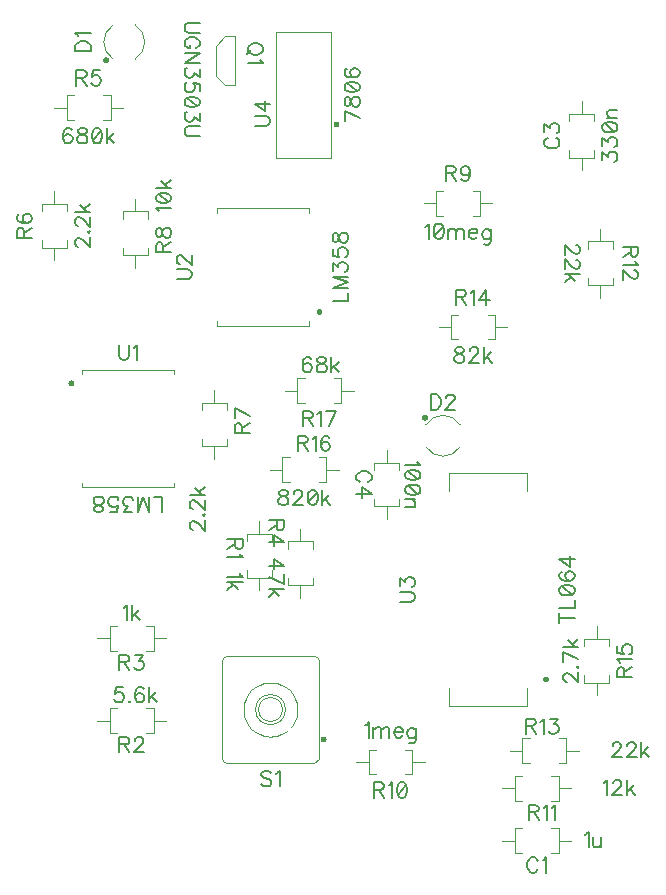
<source format=gbr>
G04 DipTrace 4.3.0.5*
G04 DemirTopSilk.gbr*
%MOIN*%
G04 #@! TF.FileFunction,Legend,Top*
G04 #@! TF.Part,Single*
%ADD10C,0.004724*%
%ADD57C,0.00772*%
%FSLAX26Y26*%
G04*
G70*
G90*
G75*
G01*
G04 TopSilk*
%LPD*%
X-73425Y-508661D2*
G54D10*
X-97835D1*
Y-591339D1*
X-73425D1*
X23425Y-508661D2*
X47835D1*
Y-591339D1*
X23425D1*
X-139961Y-550000D2*
X-97835D1*
X47835D2*
X89961D1*
X83663Y1751573D2*
X83664Y1727164D1*
X166341Y1727167D1*
X166340Y1751576D1*
X83660Y1848424D2*
X83659Y1872833D1*
X166336Y1872836D1*
X166337Y1848427D1*
X125004Y1685039D2*
X125002Y1727165D1*
X124998Y1872835D2*
X124996Y1914961D1*
X-483661Y685925D2*
Y710335D1*
X-566339D1*
Y685925D1*
X-483661Y589075D2*
Y564665D1*
X-566339D1*
Y589075D1*
X-525000Y752461D2*
Y710335D1*
Y564665D2*
Y522539D1*
X-1436614Y2169587D2*
G03X-1436614Y2055413I35987J-57087D01*
G01*
X-1363386Y2169587D2*
G02X-1363386Y2055413I-35987J-57087D01*
G01*
G36*
X-1460133Y2042525D2*
X-1461417Y2042609D1*
X-1462680Y2042860D1*
X-1463899Y2043274D1*
X-1465054Y2043844D1*
X-1466124Y2044559D1*
X-1467092Y2045408D1*
X-1467941Y2046376D1*
X-1468656Y2047446D1*
X-1469226Y2048601D1*
X-1469640Y2049820D1*
X-1469891Y2051083D1*
X-1469975Y2052367D1*
X-1469891Y2053652D1*
X-1469640Y2054915D1*
X-1469226Y2056134D1*
X-1468656Y2057289D1*
X-1467941Y2058359D1*
X-1467092Y2059327D1*
X-1466124Y2060176D1*
X-1465054Y2060891D1*
X-1463899Y2061461D1*
X-1462680Y2061875D1*
X-1461417Y2062126D1*
X-1460133Y2062210D1*
D1*
X-1458848Y2062126D1*
X-1457585Y2061875D1*
X-1456366Y2061461D1*
X-1455211Y2060891D1*
X-1454141Y2060176D1*
X-1453173Y2059327D1*
X-1452324Y2058359D1*
X-1451609Y2057289D1*
X-1451039Y2056134D1*
X-1450625Y2054915D1*
X-1450374Y2053652D1*
X-1450290Y2052367D1*
X-1450374Y2051083D1*
X-1450625Y2049820D1*
X-1451039Y2048601D1*
X-1451609Y2047446D1*
X-1452324Y2046376D1*
X-1453173Y2045408D1*
X-1454141Y2044559D1*
X-1455211Y2043844D1*
X-1456366Y2043274D1*
X-1457585Y2042860D1*
X-1458848Y2042609D1*
X-1460133Y2042525D1*
D1*
G37*
X-280413Y836614D2*
G54D10*
G03X-394587Y836614I-57087J-35987D01*
G01*
X-280413Y763386D2*
G02X-394587Y763386I-57087J35987D01*
G01*
G36*
X-407475Y860133D2*
X-407391Y861417D1*
X-407140Y862680D1*
X-406726Y863899D1*
X-406156Y865054D1*
X-405441Y866124D1*
X-404592Y867092D1*
X-403624Y867941D1*
X-402554Y868656D1*
X-401399Y869226D1*
X-400180Y869640D1*
X-398917Y869891D1*
X-397633Y869975D1*
X-396348Y869891D1*
X-395085Y869640D1*
X-393866Y869226D1*
X-392711Y868656D1*
X-391641Y867941D1*
X-390673Y867092D1*
X-389824Y866124D1*
X-389109Y865054D1*
X-388539Y863899D1*
X-388125Y862680D1*
X-387874Y861417D1*
X-387790Y860133D1*
D1*
X-387874Y858848D1*
X-388125Y857585D1*
X-388539Y856366D1*
X-389109Y855211D1*
X-389824Y854141D1*
X-390673Y853173D1*
X-391641Y852324D1*
X-392711Y851609D1*
X-393866Y851039D1*
X-395085Y850625D1*
X-396348Y850374D1*
X-397633Y850290D1*
X-398917Y850374D1*
X-400180Y850625D1*
X-401399Y851039D1*
X-402554Y851609D1*
X-403624Y852324D1*
X-404592Y853173D1*
X-405441Y854141D1*
X-406156Y855211D1*
X-406726Y856366D1*
X-407140Y857585D1*
X-407391Y858848D1*
X-407475Y860133D1*
D1*
G37*
X-1031500Y2132000D2*
G54D10*
Y1968000D1*
X-1062500D1*
X-1093500Y2000000D1*
Y2100000D1*
X-1031500Y2132000D2*
X-1062500D1*
X-1093500Y2100000D1*
X-908661Y448425D2*
Y472835D1*
X-991339D1*
Y448425D1*
X-908661Y351575D2*
Y327165D1*
X-991339D1*
Y351575D1*
X-950000Y514961D2*
Y472835D1*
Y327165D2*
Y285039D1*
X-1326575Y-191339D2*
X-1302165D1*
Y-108661D1*
X-1326575D1*
X-1423425Y-191339D2*
X-1447835D1*
Y-108661D1*
X-1423425D1*
X-1260039Y-150000D2*
X-1302165D1*
X-1447835D2*
X-1489961D1*
X-1326575Y83661D2*
X-1302165D1*
Y166339D1*
X-1326575D1*
X-1423425Y83661D2*
X-1447835D1*
Y166339D1*
X-1423425D1*
X-1260039Y125000D2*
X-1302165D1*
X-1447835D2*
X-1489961D1*
X-771161Y423425D2*
Y447835D1*
X-853839D1*
Y423425D1*
X-771161Y326575D2*
Y302165D1*
X-853839D1*
Y326575D1*
X-812500Y489961D2*
Y447835D1*
Y302165D2*
Y260039D1*
X-1566457Y1934643D2*
X-1590866D1*
Y1851966D1*
X-1566457D1*
X-1469606Y1934643D2*
X-1445197D1*
Y1851966D1*
X-1469606D1*
X-1632992Y1893304D2*
X-1590866D1*
X-1445197D2*
X-1403071D1*
X-1674311Y1451575D2*
Y1427165D1*
X-1591634D1*
Y1451575D1*
X-1674311Y1548425D2*
Y1572835D1*
X-1591634D1*
Y1548425D1*
X-1632972Y1385039D2*
Y1427165D1*
Y1572835D2*
Y1614961D1*
X-1141339Y789075D2*
Y764665D1*
X-1058661D1*
Y789075D1*
X-1141339Y885925D2*
Y910335D1*
X-1058661D1*
Y885925D1*
X-1100000Y722539D2*
Y764665D1*
Y910335D2*
Y952461D1*
X-1403839Y1426575D2*
Y1402165D1*
X-1321161D1*
Y1426575D1*
X-1403839Y1523425D2*
Y1547835D1*
X-1321161D1*
Y1523425D1*
X-1362500Y1360039D2*
Y1402165D1*
Y1547835D2*
Y1589961D1*
X-335925Y1616339D2*
X-360335D1*
Y1533661D1*
X-335925D1*
X-239075Y1616339D2*
X-214665D1*
Y1533661D1*
X-239075D1*
X-402461Y1575000D2*
X-360335D1*
X-214665D2*
X-172539D1*
X-560925Y-246161D2*
X-585335D1*
Y-328839D1*
X-560925D1*
X-464075Y-246161D2*
X-439665D1*
Y-328839D1*
X-464075D1*
X-627461Y-287500D2*
X-585335D1*
X-439665D2*
X-397539D1*
X-73425Y-333661D2*
X-97835D1*
Y-416339D1*
X-73425D1*
X23425Y-333661D2*
X47835D1*
Y-416339D1*
X23425D1*
X-139961Y-375000D2*
X-97835D1*
X47835D2*
X89961D1*
X228835Y1423428D2*
X228833Y1447838D1*
X146156Y1447832D1*
X146158Y1423422D1*
X228842Y1326578D2*
X228844Y1302168D1*
X146167Y1302162D1*
X146165Y1326572D1*
X187492Y1489961D2*
X187495Y1447835D1*
X187505Y1302165D2*
X187508Y1260039D1*
X-48425Y-208661D2*
X-72835D1*
Y-291339D1*
X-48425D1*
X48425Y-208661D2*
X72835D1*
Y-291339D1*
X48425D1*
X-114961Y-250000D2*
X-72835D1*
X72835D2*
X114961D1*
X-285925Y1203839D2*
X-310335D1*
Y1121161D1*
X-285925D1*
X-189075Y1203839D2*
X-164665D1*
Y1121161D1*
X-189075D1*
X-352461Y1162500D2*
X-310335D1*
X-164665D2*
X-122539D1*
X133661Y1575D2*
Y-22835D1*
X216339D1*
Y1575D1*
X133661Y98425D2*
Y122835D1*
X216339D1*
Y98425D1*
X175000Y-64961D2*
Y-22835D1*
Y122835D2*
Y164961D1*
X-848425Y728839D2*
X-872835D1*
Y646161D1*
X-848425D1*
X-751575Y728839D2*
X-727165D1*
Y646161D1*
X-751575D1*
X-914961Y687500D2*
X-872835D1*
X-727165D2*
X-685039D1*
X-701575Y908661D2*
X-677165D1*
Y991339D1*
X-701575D1*
X-798425Y908661D2*
X-822835D1*
Y991339D1*
X-798425D1*
X-635039Y950000D2*
X-677165D1*
X-822835D2*
X-864961D1*
X-822539Y-112498D2*
X-823309Y-124241D1*
X-825604Y-135782D1*
X-829386Y-146925D1*
X-834591Y-157479D1*
X-841129Y-167264D1*
X-843512Y-169980D1*
X-962500Y-112500D2*
G02X-962500Y-112500I50000J0D01*
G01*
X-952402D2*
G02X-952402Y-112500I39902J0D01*
G01*
X-912475Y67421D2*
X-767475Y67424D1*
X-756884Y63094D1*
X-752455Y52503D1*
X-752448Y-277497D1*
X-767467Y-292418D1*
X-912467Y-292422D1*
X-912526D2*
X-1057526Y-292425D1*
X-1068117Y-288094D1*
X-1072546Y-277504D1*
X-1072554Y52496D1*
X-1068125Y63087D1*
X-1057534Y67418D1*
X-912534Y67421D1*
G36*
X-725687Y-212496D2*
X-725771Y-213781D1*
X-726022Y-215044D1*
X-726436Y-216263D1*
X-727005Y-217417D1*
X-727721Y-218488D1*
X-728569Y-219456D1*
X-729537Y-220305D1*
X-730608Y-221020D1*
X-731763Y-221590D1*
X-732982Y-222004D1*
X-734244Y-222255D1*
X-735529Y-222339D1*
X-736814Y-222255D1*
X-738077Y-222004D1*
X-739296Y-221590D1*
X-740450Y-221020D1*
X-741521Y-220305D1*
X-742489Y-219456D1*
X-743338Y-218488D1*
X-744053Y-217418D1*
X-744623Y-216263D1*
X-745036Y-215044D1*
X-745288Y-213781D1*
X-745372Y-212497D1*
D1*
X-745288Y-211212D1*
X-745036Y-209949D1*
X-744623Y-208730D1*
X-744053Y-207575D1*
X-743338Y-206505D1*
X-742489Y-205537D1*
X-741521Y-204688D1*
X-740451Y-203973D1*
X-739296Y-203403D1*
X-738077Y-202989D1*
X-736814Y-202738D1*
X-735530Y-202654D1*
X-734245Y-202738D1*
X-732982Y-202989D1*
X-731763Y-203403D1*
X-730608Y-203972D1*
X-729538Y-204688D1*
X-728570Y-205537D1*
X-727721Y-206505D1*
X-727006Y-207575D1*
X-726436Y-208730D1*
X-726022Y-209949D1*
X-725771Y-211211D1*
X-725687Y-212496D1*
D1*
G37*
X-855017Y-181487D2*
G54D10*
X-857735Y-183869D1*
X-867518Y-190407D1*
X-878072Y-195612D1*
X-889215Y-199395D1*
X-900757Y-201692D1*
X-912498Y-202461D1*
X-924241Y-201692D1*
X-935782Y-199396D1*
X-946925Y-195614D1*
X-957479Y-190409D1*
X-967264Y-183872D1*
X-976110Y-176113D1*
X-983870Y-167267D1*
X-990407Y-157482D1*
X-995612Y-146929D1*
X-999394Y-135786D1*
X-1001691Y-124245D1*
X-1002461Y-112502D1*
X-1001692Y-100760D1*
X-999396Y-89219D1*
X-995614Y-78076D1*
X-990409Y-67522D1*
X-983873Y-57737D1*
X-976113Y-48890D1*
X-967267Y-41131D1*
X-957482Y-34593D1*
X-946928Y-29388D1*
X-935785Y-25606D1*
X-924245Y-23309D1*
X-912502Y-22540D1*
X-900760Y-23308D1*
X-889218Y-25605D1*
X-878075Y-29387D1*
X-867521Y-34591D1*
X-857738Y-41129D1*
X-848890Y-48887D1*
X-841131Y-57734D1*
X-834593Y-67518D1*
X-829388Y-78072D1*
X-825606Y-89215D1*
X-823310Y-100756D1*
X-822539Y-112498D1*
X-1232579Y1006102D2*
Y1020276D1*
X-1542421D1*
Y1006102D1*
X-1232579Y643898D2*
Y629724D1*
X-1542421D1*
Y643898D1*
G36*
X-1576083Y984843D2*
X-1574798Y984758D1*
X-1573535Y984507D1*
X-1572316Y984093D1*
X-1571161Y983524D1*
X-1570091Y982809D1*
X-1569123Y981960D1*
X-1568274Y980992D1*
X-1567559Y979921D1*
X-1566989Y978767D1*
X-1566576Y977547D1*
X-1566324Y976285D1*
X-1566240Y975000D1*
X-1566324Y973715D1*
X-1566576Y972453D1*
X-1566989Y971233D1*
X-1567559Y970079D1*
X-1568274Y969008D1*
X-1569123Y968040D1*
X-1570091Y967191D1*
X-1571161Y966476D1*
X-1572316Y965907D1*
X-1573535Y965493D1*
X-1574798Y965242D1*
X-1576083Y965157D1*
D1*
X-1577367Y965242D1*
X-1578630Y965493D1*
X-1579849Y965907D1*
X-1581004Y966476D1*
X-1582074Y967191D1*
X-1583042Y968040D1*
X-1583891Y969008D1*
X-1584607Y970079D1*
X-1585176Y971233D1*
X-1585590Y972453D1*
X-1585841Y973715D1*
X-1585925Y975000D1*
X-1585841Y976285D1*
X-1585590Y977547D1*
X-1585176Y978767D1*
X-1584607Y979921D1*
X-1583891Y980992D1*
X-1583042Y981960D1*
X-1582074Y982809D1*
X-1581004Y983524D1*
X-1579849Y984093D1*
X-1578630Y984507D1*
X-1577367Y984758D1*
X-1576083Y984843D1*
D1*
G37*
X-1092421Y1181398D2*
G54D10*
Y1167224D1*
X-782579D1*
Y1181398D1*
X-1092421Y1543602D2*
Y1557776D1*
X-782579D1*
Y1543602D1*
G36*
X-748917Y1202657D2*
X-750202Y1202742D1*
X-751465Y1202993D1*
X-752684Y1203407D1*
X-753839Y1203976D1*
X-754909Y1204691D1*
X-755877Y1205540D1*
X-756726Y1206508D1*
X-757441Y1207579D1*
X-758011Y1208733D1*
X-758424Y1209953D1*
X-758676Y1211215D1*
X-758760Y1212500D1*
X-758676Y1213785D1*
X-758424Y1215047D1*
X-758011Y1216267D1*
X-757441Y1217421D1*
X-756726Y1218492D1*
X-755877Y1219460D1*
X-754909Y1220309D1*
X-753839Y1221024D1*
X-752684Y1221593D1*
X-751465Y1222007D1*
X-750202Y1222258D1*
X-748917Y1222343D1*
D1*
X-747633Y1222258D1*
X-746370Y1222007D1*
X-745151Y1221593D1*
X-743996Y1221024D1*
X-742926Y1220309D1*
X-741958Y1219460D1*
X-741109Y1218492D1*
X-740393Y1217421D1*
X-739824Y1216267D1*
X-739410Y1215047D1*
X-739159Y1213785D1*
X-739075Y1212500D1*
X-739159Y1211215D1*
X-739410Y1209953D1*
X-739824Y1208733D1*
X-740393Y1207579D1*
X-741109Y1206508D1*
X-741958Y1205540D1*
X-742926Y1204691D1*
X-743996Y1203976D1*
X-745151Y1203407D1*
X-746370Y1202993D1*
X-747633Y1202742D1*
X-748917Y1202657D1*
D1*
G37*
X-317421Y-42028D2*
G54D10*
Y-100295D1*
X-57579D1*
Y-42028D1*
X-317421Y617028D2*
Y675295D1*
X-57579D1*
Y617028D1*
G36*
X5807Y-22343D2*
X4522Y-22258D1*
X3260Y-22007D1*
X2041Y-21593D1*
X886Y-21024D1*
X-185Y-20309D1*
X-1153Y-19460D1*
X-2002Y-18492D1*
X-2717Y-17421D1*
X-3286Y-16267D1*
X-3700Y-15047D1*
X-3951Y-13785D1*
X-4035Y-12500D1*
X-3951Y-11215D1*
X-3700Y-9953D1*
X-3286Y-8733D1*
X-2717Y-7579D1*
X-2002Y-6508D1*
X-1153Y-5540D1*
X-185Y-4691D1*
X886Y-3976D1*
X2041Y-3407D1*
X3260Y-2993D1*
X4522Y-2742D1*
X5807Y-2657D1*
D1*
X7092Y-2742D1*
X8355Y-2993D1*
X9574Y-3407D1*
X10728Y-3976D1*
X11799Y-4691D1*
X12767Y-5540D1*
X13616Y-6508D1*
X14331Y-7579D1*
X14900Y-8733D1*
X15314Y-9953D1*
X15565Y-11215D1*
X15650Y-12500D1*
X15565Y-13785D1*
X15314Y-15047D1*
X14900Y-16267D1*
X14331Y-17421D1*
X13616Y-18492D1*
X12767Y-19460D1*
X11799Y-20309D1*
X10728Y-21024D1*
X9574Y-21593D1*
X8355Y-22007D1*
X7092Y-22258D1*
X5807Y-22343D1*
D1*
G37*
X-894387Y1727262D2*
G54D10*
X-709348Y1727265D1*
X-709356Y2147344D1*
X-894395Y2147341D1*
X-894387Y1727262D1*
G36*
X-692421Y1827659D2*
X-693705Y1827744D1*
X-694968Y1827995D1*
X-696187Y1828408D1*
X-697342Y1828978D1*
X-698412Y1829693D1*
X-699380Y1830542D1*
X-700229Y1831510D1*
X-700945Y1832580D1*
X-701514Y1833735D1*
X-701928Y1834954D1*
X-702179Y1836217D1*
X-702263Y1837502D1*
X-702179Y1838786D1*
X-701928Y1840049D1*
X-701514Y1841268D1*
X-700945Y1842423D1*
X-700229Y1843493D1*
X-699381Y1844461D1*
X-698413Y1845310D1*
X-697342Y1846026D1*
X-696187Y1846595D1*
X-694968Y1847009D1*
X-693706Y1847260D1*
X-692421Y1847344D1*
D1*
X-691136Y1847260D1*
X-689873Y1847009D1*
X-688654Y1846595D1*
X-687500Y1846026D1*
X-686429Y1845311D1*
X-685461Y1844462D1*
X-684612Y1843494D1*
X-683897Y1842423D1*
X-683328Y1841269D1*
X-682914Y1840049D1*
X-682662Y1838787D1*
X-682578Y1837502D1*
X-682662Y1836217D1*
X-682914Y1834955D1*
X-683327Y1833735D1*
X-683897Y1832581D1*
X-684612Y1831510D1*
X-685461Y1830542D1*
X-686429Y1829693D1*
X-687499Y1828978D1*
X-688654Y1828409D1*
X-689873Y1827995D1*
X-691136Y1827744D1*
X-692421Y1827659D1*
D1*
G37*
X-20781Y-617579D2*
G54D57*
X-23158Y-612825D1*
X-27966Y-608017D1*
X-32720Y-605640D1*
X-42281D1*
X-47090Y-608017D1*
X-51843Y-612825D1*
X-54275Y-617579D1*
X-56651Y-624764D1*
Y-636757D1*
X-54275Y-643887D1*
X-51843Y-648695D1*
X-47090Y-653449D1*
X-42281Y-655880D1*
X-32720D1*
X-27966Y-653449D1*
X-23158Y-648695D1*
X-20781Y-643887D1*
X-5342Y-615257D2*
X-534Y-612825D1*
X6651Y-605696D1*
Y-655880D1*
X135629Y-531485D2*
X140438Y-529053D1*
X147623Y-521923D1*
Y-572108D1*
X163062Y-538615D2*
Y-562547D1*
X165439Y-569676D1*
X170247Y-572108D1*
X177432D1*
X182185Y-569676D1*
X189371Y-562547D1*
Y-538615D2*
Y-572108D1*
X12534Y1793465D2*
X7781Y1791088D1*
X2973Y1786280D1*
X596Y1781526D1*
X597Y1771965D1*
X2973Y1767156D1*
X7782Y1762403D1*
X12535Y1759972D1*
X19720Y1757595D1*
X31714Y1757596D1*
X38844Y1759972D1*
X43652Y1762405D1*
X48405Y1767158D1*
X50837Y1771966D1*
X50836Y1781528D1*
X48404Y1786281D1*
X43651Y1791089D1*
X38843Y1793466D1*
X651Y1813712D2*
X650Y1839965D1*
X19774Y1825651D1*
X19773Y1832836D1*
X22150Y1837589D1*
X24526Y1839966D1*
X31711Y1842398D1*
X36464D1*
X43649Y1839967D1*
X48458Y1835214D1*
X50835Y1828029D1*
Y1820844D1*
X48459Y1813714D1*
X46027Y1811337D1*
X41274Y1808905D1*
X193198Y1718258D2*
X193197Y1744511D1*
X212321Y1730197D1*
X212320Y1737382D1*
X214697Y1742135D1*
X217073Y1744511D1*
X224258Y1746944D1*
X229011D1*
X236197Y1744512D1*
X241005Y1739759D1*
X243382Y1732574D1*
Y1725389D1*
X241006Y1718259D1*
X238574Y1715883D1*
X233821Y1713451D1*
X193196Y1767190D2*
X193195Y1793443D1*
X212319Y1779129D1*
Y1786314D1*
X214695Y1791067D1*
X217072Y1793444D1*
X224257Y1795876D1*
X229010D1*
X236195Y1793445D1*
X241004Y1788692D1*
X243380Y1781507D1*
X243381Y1774322D1*
X241004Y1767192D1*
X238573Y1764815D1*
X233819Y1762383D1*
X193194Y1825684D2*
X195571Y1818500D1*
X202756Y1813691D1*
X214695Y1811315D1*
X221880D1*
X233818Y1813692D1*
X241003Y1818501D1*
X243379Y1825686D1*
Y1830439D1*
X241002Y1837624D1*
X233817Y1842377D1*
X221878Y1844809D1*
X214693Y1844808D1*
X202755Y1842376D1*
X195570Y1837623D1*
X193194Y1830438D1*
Y1825684D1*
X202755Y1842376D2*
X233818Y1813692D1*
X209884Y1860248D2*
X243378Y1860249D1*
X219446Y1860248D2*
X212261Y1867433D1*
X209884Y1872241D1*
Y1879371D1*
X212260Y1884179D1*
X219445Y1886556D1*
X243377Y1886557D1*
X-587534Y645220D2*
X-582781Y647596D1*
X-577972Y652405D1*
X-575596Y657158D1*
Y666719D1*
X-577972Y671528D1*
X-582781Y676281D1*
X-587534Y678713D1*
X-594719Y681090D1*
X-606713D1*
X-613842Y678713D1*
X-618651Y676281D1*
X-623404Y671528D1*
X-625836Y666719D1*
Y657158D1*
X-623404Y652405D1*
X-618651Y647596D1*
X-613842Y645220D1*
X-625836Y605849D2*
X-575651D1*
X-609089Y629780D1*
Y593910D1*
X-422713Y713303D2*
X-420281Y708495D1*
X-413151Y701310D1*
X-463336D1*
X-413151Y671500D2*
X-415528Y678685D1*
X-422713Y683494D1*
X-434651Y685870D1*
X-441836D1*
X-453774Y683494D1*
X-460959Y678685D1*
X-463336Y671500D1*
Y666747D1*
X-460959Y659562D1*
X-453774Y654809D1*
X-441836Y652377D1*
X-434651D1*
X-422713Y654809D1*
X-415528Y659562D1*
X-413151Y666747D1*
Y671500D1*
X-422713Y654809D2*
X-453774Y683494D1*
X-413151Y622568D2*
X-415528Y629753D1*
X-422713Y634561D1*
X-434651Y636938D1*
X-441836D1*
X-453774Y634561D1*
X-460959Y629753D1*
X-463336Y622568D1*
Y617815D1*
X-460959Y610629D1*
X-453774Y605876D1*
X-441836Y603444D1*
X-434651D1*
X-422713Y605876D1*
X-415528Y610629D1*
X-413151Y617815D1*
Y622568D1*
X-422713Y605876D2*
X-453774Y634561D1*
X-429842Y588005D2*
X-463336D1*
X-439404D2*
X-432219Y580820D1*
X-429842Y576012D1*
Y568882D1*
X-432219Y564073D1*
X-439404Y561697D1*
X-463336D1*
X-1562593Y2082037D2*
X-1512353D1*
Y2098784D1*
X-1514785Y2105969D1*
X-1519538Y2110777D1*
X-1524347Y2113154D1*
X-1531476Y2115530D1*
X-1543470D1*
X-1550655Y2113154D1*
X-1555408Y2110777D1*
X-1560217Y2105969D1*
X-1562593Y2098784D1*
Y2082037D1*
X-1552976Y2130970D2*
X-1555408Y2135778D1*
X-1562538Y2142963D1*
X-1512353D1*
X-378713Y937593D2*
Y887353D1*
X-361966D1*
X-354781Y889785D1*
X-349973Y894538D1*
X-347596Y899347D1*
X-345220Y906476D1*
Y918470D1*
X-347596Y925655D1*
X-349973Y930408D1*
X-354781Y935217D1*
X-361966Y937593D1*
X-378713D1*
X-327349Y925600D2*
Y927976D1*
X-324972Y932785D1*
X-322595Y935161D1*
X-317787Y937538D1*
X-308225D1*
X-303472Y935161D1*
X-301095Y932785D1*
X-298664Y927976D1*
Y923223D1*
X-301095Y918415D1*
X-305849Y911285D1*
X-329780Y887353D1*
X-296287D1*
X-937266Y2093497D2*
X-939588Y2098250D1*
X-944396Y2103059D1*
X-949205Y2105435D1*
X-956390Y2107867D1*
X-968328D1*
X-975513Y2105435D1*
X-980266Y2103059D1*
X-985075Y2098250D1*
X-987451Y2093497D1*
Y2083936D1*
X-985075Y2079127D1*
X-980266Y2074374D1*
X-975513Y2071997D1*
X-968328Y2069565D1*
X-956390D1*
X-949205Y2071997D1*
X-944396Y2074374D1*
X-939588Y2079127D1*
X-937266Y2083936D1*
Y2093497D1*
X-977890Y2086312D2*
X-992260Y2071997D1*
X-946883Y2054126D2*
X-944451Y2049318D1*
X-937322Y2042133D1*
X-987506D1*
X-1148708Y2176699D2*
X-1184578D1*
X-1191763Y2174322D1*
X-1196516Y2169514D1*
X-1198948Y2162329D1*
Y2157576D1*
X-1196516Y2150391D1*
X-1191763Y2145582D1*
X-1184578Y2143206D1*
X-1148708D1*
X-1160646Y2091896D2*
X-1155893Y2094273D1*
X-1151085Y2099082D1*
X-1148708Y2103835D1*
Y2113396D1*
X-1151085Y2118205D1*
X-1155893Y2122958D1*
X-1160646Y2125390D1*
X-1167831Y2127766D1*
X-1179825D1*
X-1186955Y2125390D1*
X-1191763Y2122958D1*
X-1196516Y2118205D1*
X-1198948Y2113396D1*
Y2103835D1*
X-1196516Y2099082D1*
X-1191763Y2094273D1*
X-1186955Y2091896D1*
X-1179825D1*
Y2103835D1*
X-1148708Y2042964D2*
X-1198948D1*
X-1148708Y2076457D1*
X-1198948D1*
X-1148763Y2022716D2*
Y1996463D1*
X-1167887Y2010778D1*
Y2003593D1*
X-1170263Y1998840D1*
X-1172640Y1996463D1*
X-1179825Y1994031D1*
X-1184578D1*
X-1191763Y1996463D1*
X-1196571Y2001216D1*
X-1198948Y2008401D1*
Y2015586D1*
X-1196571Y2022716D1*
X-1194140Y2025093D1*
X-1189386Y2027525D1*
X-1148763Y1949907D2*
Y1973784D1*
X-1170263Y1976160D1*
X-1167887Y1973784D1*
X-1165455Y1966599D1*
Y1959469D1*
X-1167887Y1952284D1*
X-1172640Y1947475D1*
X-1179825Y1945099D1*
X-1184578D1*
X-1191763Y1947475D1*
X-1196571Y1952284D1*
X-1198948Y1959469D1*
Y1966599D1*
X-1196571Y1973784D1*
X-1194140Y1976160D1*
X-1189386Y1978592D1*
X-1148763Y1915289D2*
X-1151140Y1922474D1*
X-1158325Y1927283D1*
X-1170263Y1929659D1*
X-1177448D1*
X-1189386Y1927283D1*
X-1196571Y1922474D1*
X-1198948Y1915289D1*
Y1910536D1*
X-1196571Y1903351D1*
X-1189386Y1898598D1*
X-1177448Y1896166D1*
X-1170263D1*
X-1158325Y1898598D1*
X-1151140Y1903351D1*
X-1148763Y1910536D1*
Y1915289D1*
X-1158325Y1898598D2*
X-1189386Y1927283D1*
X-1148763Y1875918D2*
Y1849665D1*
X-1167887Y1863980D1*
Y1856795D1*
X-1170263Y1852042D1*
X-1172640Y1849665D1*
X-1179825Y1847234D1*
X-1184578D1*
X-1191763Y1849665D1*
X-1196571Y1854419D1*
X-1198948Y1861604D1*
Y1868789D1*
X-1196571Y1875918D1*
X-1194140Y1878295D1*
X-1189386Y1880727D1*
X-1148708Y1831794D2*
X-1184578D1*
X-1191763Y1829418D1*
X-1196516Y1824609D1*
X-1198948Y1817424D1*
Y1812671D1*
X-1196516Y1805486D1*
X-1191763Y1800678D1*
X-1184578Y1798301D1*
X-1148708D1*
X-1029572Y455463D2*
Y433963D1*
X-1027140Y426778D1*
X-1024764Y424346D1*
X-1020011Y421970D1*
X-1015202D1*
X-1010449Y424346D1*
X-1008017Y426778D1*
X-1005640Y433963D1*
Y455463D1*
X-1055880D1*
X-1029572Y438716D2*
X-1055880Y421970D1*
X-1015257Y406530D2*
X-1012825Y401722D1*
X-1005696Y394537D1*
X-1055880D1*
X-1015257Y341213D2*
X-1012825Y336405D1*
X-1005696Y329220D1*
X-1055880D1*
X-1005640Y313780D2*
X-1055880D1*
X-1022387Y289849D2*
X-1046319Y313780D1*
X-1036757Y304219D2*
X-1055880Y287472D1*
X-1416213Y-229055D2*
X-1394713D1*
X-1387528Y-226623D1*
X-1385096Y-224247D1*
X-1382720Y-219493D1*
Y-214685D1*
X-1385096Y-209932D1*
X-1387528Y-207500D1*
X-1394713Y-205123D1*
X-1416213D1*
Y-255363D1*
X-1399466Y-229055D2*
X-1382720Y-255363D1*
X-1364849Y-217117D2*
Y-214740D1*
X-1362472Y-209932D1*
X-1360095Y-207555D1*
X-1355287Y-205179D1*
X-1345725D1*
X-1340972Y-207555D1*
X-1338595Y-209932D1*
X-1336164Y-214740D1*
Y-219493D1*
X-1338595Y-224302D1*
X-1343349Y-231432D1*
X-1367280Y-255363D1*
X-1333787D1*
X-1404900Y-38151D2*
X-1428777D1*
X-1431153Y-59651D1*
X-1428777Y-57274D1*
X-1421592Y-54842D1*
X-1414462D1*
X-1407277Y-57274D1*
X-1402468Y-62028D1*
X-1400092Y-69213D1*
Y-73966D1*
X-1402468Y-81151D1*
X-1407277Y-85959D1*
X-1414462Y-88336D1*
X-1421592D1*
X-1428777Y-85959D1*
X-1431153Y-83527D1*
X-1433585Y-78774D1*
X-1382276Y-83527D2*
X-1384653Y-85959D1*
X-1382276Y-88336D1*
X-1379844Y-85959D1*
X-1382276Y-83527D1*
X-1335720Y-45281D2*
X-1338097Y-40528D1*
X-1345282Y-38151D1*
X-1350035D1*
X-1357220Y-40528D1*
X-1362028Y-47713D1*
X-1364405Y-59651D1*
Y-71589D1*
X-1362028Y-81151D1*
X-1357220Y-85959D1*
X-1350035Y-88336D1*
X-1347658D1*
X-1340528Y-85959D1*
X-1335720Y-81151D1*
X-1333343Y-73966D1*
Y-71589D1*
X-1335720Y-64404D1*
X-1340528Y-59651D1*
X-1347658Y-57274D1*
X-1350035D1*
X-1357220Y-59651D1*
X-1362028Y-64404D1*
X-1364405Y-71589D1*
X-1317904Y-38096D2*
Y-88336D1*
X-1293972Y-54842D2*
X-1317904Y-78774D1*
X-1308343Y-69213D2*
X-1291596Y-88336D1*
X-1416213Y45428D2*
X-1394713D1*
X-1387528Y47860D1*
X-1385096Y50236D1*
X-1382720Y54989D1*
Y59798D1*
X-1385096Y64551D1*
X-1387528Y66983D1*
X-1394713Y69360D1*
X-1416213D1*
Y19120D1*
X-1399466Y45428D2*
X-1382720Y19120D1*
X-1362472Y69304D2*
X-1336219D1*
X-1350534Y50181D1*
X-1343349D1*
X-1338595Y47804D1*
X-1336219Y45428D1*
X-1333787Y38243D1*
Y33490D1*
X-1336219Y26305D1*
X-1340972Y21496D1*
X-1348157Y19120D1*
X-1355342D1*
X-1362472Y21496D1*
X-1364849Y23928D1*
X-1367280Y28681D1*
X-1401871Y225426D2*
X-1397062Y227858D1*
X-1389877Y234988D1*
Y184803D1*
X-1374438Y235043D2*
Y184803D1*
X-1350506Y218297D2*
X-1374438Y194365D1*
X-1364876Y203927D2*
X-1348129Y184803D1*
X-892072Y517963D2*
Y496463D1*
X-889640Y489278D1*
X-887264Y486846D1*
X-882511Y484470D1*
X-877702D1*
X-872949Y486846D1*
X-870517Y489278D1*
X-868140Y496463D1*
Y517963D1*
X-918380D1*
X-892072Y501216D2*
X-918380Y484470D1*
Y445099D2*
X-868196D1*
X-901634Y469030D1*
Y433160D1*
X-918380Y366186D2*
X-868195D1*
X-901633Y390118D1*
Y354248D1*
X-918380Y329247D2*
X-868195Y305315D1*
Y338808D1*
X-868140Y289876D2*
X-918380D1*
X-884886Y265944D2*
X-908818Y289876D1*
X-899257Y280314D2*
X-918380Y263567D1*
X-1559244Y1993777D2*
X-1537745D1*
X-1530560Y1996209D1*
X-1528128Y1998585D1*
X-1525751Y2003339D1*
Y2008147D1*
X-1528128Y2012900D1*
X-1530560Y2015332D1*
X-1537745Y2017709D1*
X-1559244D1*
Y1967469D1*
X-1542498Y1993777D2*
X-1525751Y1967469D1*
X-1481627Y2017653D2*
X-1505503D1*
X-1507880Y1996154D1*
X-1505503Y1998530D1*
X-1498318Y2000962D1*
X-1491189D1*
X-1484004Y1998530D1*
X-1479195Y1993777D1*
X-1476819Y1986592D1*
Y1981839D1*
X-1479195Y1974654D1*
X-1484004Y1969845D1*
X-1491189Y1967469D1*
X-1498318D1*
X-1505503Y1969845D1*
X-1507880Y1972277D1*
X-1510312Y1977030D1*
X-1574656Y1817980D2*
X-1577033Y1822733D1*
X-1584218Y1825109D1*
X-1588971D1*
X-1596156Y1822733D1*
X-1600964Y1815548D1*
X-1603341Y1803610D1*
Y1791671D1*
X-1600964Y1782110D1*
X-1596156Y1777301D1*
X-1588971Y1774925D1*
X-1586594D1*
X-1579465Y1777301D1*
X-1574656Y1782110D1*
X-1572279Y1789295D1*
Y1791671D1*
X-1574656Y1798856D1*
X-1579465Y1803610D1*
X-1586594Y1805986D1*
X-1588971D1*
X-1596156Y1803610D1*
X-1600964Y1798856D1*
X-1603341Y1791671D1*
X-1544902Y1825109D2*
X-1552032Y1822733D1*
X-1554464Y1817980D1*
Y1813171D1*
X-1552032Y1808418D1*
X-1547279Y1805986D1*
X-1537717Y1803610D1*
X-1530532Y1801233D1*
X-1525779Y1796425D1*
X-1523402Y1791671D1*
Y1784486D1*
X-1525779Y1779733D1*
X-1528155Y1777301D1*
X-1535340Y1774925D1*
X-1544902D1*
X-1552032Y1777301D1*
X-1554464Y1779733D1*
X-1556840Y1784486D1*
Y1791671D1*
X-1554464Y1796425D1*
X-1549655Y1801233D1*
X-1542525Y1803610D1*
X-1532964Y1805986D1*
X-1528155Y1808418D1*
X-1525779Y1813171D1*
Y1817980D1*
X-1528155Y1822733D1*
X-1535340Y1825109D1*
X-1544902D1*
X-1493593D2*
X-1500778Y1822733D1*
X-1505586Y1815548D1*
X-1507963Y1803610D1*
Y1796425D1*
X-1505586Y1784486D1*
X-1500778Y1777301D1*
X-1493593Y1774925D1*
X-1488840D1*
X-1481655Y1777301D1*
X-1476901Y1784486D1*
X-1474470Y1796425D1*
Y1803610D1*
X-1476901Y1815548D1*
X-1481655Y1822733D1*
X-1488840Y1825109D1*
X-1493593D1*
X-1476901Y1815548D2*
X-1505586Y1784486D1*
X-1459030Y1825165D2*
Y1774925D1*
X-1435099Y1808418D2*
X-1459030Y1784486D1*
X-1449469Y1794048D2*
X-1432722Y1774925D1*
X-1733445Y1460003D2*
Y1481503D1*
X-1735877Y1488688D1*
X-1738253Y1491120D1*
X-1743007Y1493496D1*
X-1747815D1*
X-1752568Y1491120D1*
X-1755000Y1488688D1*
X-1757377Y1481503D1*
Y1460003D1*
X-1707137D1*
X-1733445Y1476750D2*
X-1707137Y1493496D1*
X-1750192Y1537620D2*
X-1754945Y1535244D1*
X-1757321Y1528059D1*
Y1523306D1*
X-1754945Y1516121D1*
X-1747760Y1511312D1*
X-1735822Y1508936D1*
X-1723883D1*
X-1714322Y1511312D1*
X-1709513Y1516121D1*
X-1707137Y1523306D1*
Y1525682D1*
X-1709513Y1532812D1*
X-1714322Y1537620D1*
X-1721507Y1539997D1*
X-1723883D1*
X-1731068Y1537620D1*
X-1735822Y1532812D1*
X-1738198Y1525682D1*
Y1523306D1*
X-1735822Y1516121D1*
X-1731068Y1511312D1*
X-1723883Y1508936D1*
X-1552839Y1430221D2*
X-1555216D1*
X-1560024Y1432598D1*
X-1562401Y1434974D1*
X-1564777Y1439783D1*
Y1449345D1*
X-1562401Y1454098D1*
X-1560024Y1456474D1*
X-1555216Y1458906D1*
X-1550463D1*
X-1545654Y1456474D1*
X-1538524Y1451721D1*
X-1514593Y1427789D1*
Y1461283D1*
X-1519401Y1479099D2*
X-1516969Y1476722D1*
X-1514593Y1479099D1*
X-1516969Y1481530D1*
X-1519401Y1479099D1*
X-1552839Y1499402D2*
X-1555216D1*
X-1560024Y1501778D1*
X-1562401Y1504155D1*
X-1564777Y1508963D1*
Y1518525D1*
X-1562401Y1523278D1*
X-1560024Y1525655D1*
X-1555216Y1528086D1*
X-1550463D1*
X-1545654Y1525655D1*
X-1538524Y1520901D1*
X-1514593Y1496970D1*
Y1530463D1*
X-1564833Y1545902D2*
X-1514593D1*
X-1548086Y1569834D2*
X-1524154Y1545902D1*
X-1533716Y1555464D2*
X-1514593Y1572211D1*
X-1007928Y808787D2*
Y830287D1*
X-1010360Y837472D1*
X-1012736Y839904D1*
X-1017489Y842280D1*
X-1022298D1*
X-1027051Y839904D1*
X-1029483Y837472D1*
X-1031860Y830287D1*
Y808787D1*
X-981620D1*
X-1007928Y825534D2*
X-981620Y842280D1*
Y867281D2*
X-1031804Y891213D1*
Y857720D1*
X-1169867Y486650D2*
X-1172243D1*
X-1177052Y489027D1*
X-1179428Y491404D1*
X-1181805Y496212D1*
Y505774D1*
X-1179428Y510527D1*
X-1177052Y512903D1*
X-1172243Y515335D1*
X-1167490D1*
X-1162682Y512903D1*
X-1155552Y508150D1*
X-1131620Y484219D1*
Y517712D1*
X-1136429Y535528D2*
X-1133997Y533151D1*
X-1131620Y535528D1*
X-1133997Y537960D1*
X-1136429Y535528D1*
X-1169867Y555831D2*
X-1172243D1*
X-1177052Y558207D1*
X-1179428Y560584D1*
X-1181805Y565392D1*
Y574954D1*
X-1179428Y579707D1*
X-1177052Y582084D1*
X-1172243Y584516D1*
X-1167490D1*
X-1162682Y582084D1*
X-1155552Y577331D1*
X-1131620Y553399D1*
Y586892D1*
X-1181860Y602331D2*
X-1131620D1*
X-1165114Y626263D2*
X-1141182Y602331D1*
X-1150743Y611893D2*
X-1131620Y628640D1*
X-1270428Y1411359D2*
Y1432859D1*
X-1272860Y1440044D1*
X-1275236Y1442476D1*
X-1279989Y1444853D1*
X-1284798D1*
X-1289551Y1442476D1*
X-1291983Y1440044D1*
X-1294360Y1432859D1*
Y1411359D1*
X-1244120D1*
X-1270428Y1428106D2*
X-1244120Y1444853D1*
X-1294304Y1472230D2*
X-1291928Y1465100D1*
X-1287175Y1462668D1*
X-1282366D1*
X-1277613Y1465100D1*
X-1275181Y1469854D1*
X-1272804Y1479415D1*
X-1270428Y1486600D1*
X-1265619Y1491353D1*
X-1260866Y1493730D1*
X-1253681D1*
X-1248928Y1491353D1*
X-1246496Y1488977D1*
X-1244120Y1481792D1*
Y1472230D1*
X-1246496Y1465100D1*
X-1248928Y1462668D1*
X-1253681Y1460292D1*
X-1260866D1*
X-1265619Y1462668D1*
X-1270428Y1467477D1*
X-1272804Y1474607D1*
X-1275181Y1484168D1*
X-1277613Y1488977D1*
X-1282366Y1491353D1*
X-1287175D1*
X-1291928Y1488977D1*
X-1294304Y1481792D1*
Y1472230D1*
X-1284743Y1548466D2*
X-1287175Y1553275D1*
X-1294304Y1560460D1*
X-1244120D1*
X-1294304Y1590269D2*
X-1291928Y1583084D1*
X-1284743Y1578276D1*
X-1272804Y1575899D1*
X-1265619D1*
X-1253681Y1578276D1*
X-1246496Y1583084D1*
X-1244120Y1590269D1*
Y1595022D1*
X-1246496Y1602207D1*
X-1253681Y1606961D1*
X-1265619Y1609392D1*
X-1272804D1*
X-1284743Y1606961D1*
X-1291928Y1602207D1*
X-1294304Y1595022D1*
Y1590269D1*
X-1284743Y1606961D2*
X-1253681Y1578276D1*
X-1294360Y1624832D2*
X-1244120D1*
X-1277613Y1648763D2*
X-1253681Y1624832D1*
X-1263243Y1634393D2*
X-1244120Y1651140D1*
X-327525Y1675472D2*
X-306025D1*
X-298840Y1677904D1*
X-296408Y1680281D1*
X-294031Y1685034D1*
Y1689843D1*
X-296408Y1694596D1*
X-298840Y1697028D1*
X-306025Y1699404D1*
X-327525D1*
Y1649164D1*
X-310778Y1675472D2*
X-294031Y1649164D1*
X-247475Y1682658D2*
X-249907Y1675472D1*
X-254660Y1670664D1*
X-261845Y1668287D1*
X-264222D1*
X-271407Y1670664D1*
X-276160Y1675472D1*
X-278592Y1682658D1*
Y1685034D1*
X-276160Y1692219D1*
X-271407Y1696972D1*
X-264222Y1699349D1*
X-261845D1*
X-254660Y1696972D1*
X-249907Y1692219D1*
X-247475Y1682658D1*
Y1670664D1*
X-249907Y1658726D1*
X-254660Y1651541D1*
X-261845Y1649164D1*
X-266599D1*
X-273784Y1651541D1*
X-276160Y1656349D1*
X-396143Y1497243D2*
X-391334Y1499675D1*
X-384149Y1506805D1*
Y1456620D1*
X-354340Y1506805D2*
X-361525Y1504428D1*
X-366333Y1497243D1*
X-368710Y1485305D1*
Y1478120D1*
X-366333Y1466182D1*
X-361525Y1458997D1*
X-354340Y1456620D1*
X-349587D1*
X-342402Y1458997D1*
X-337649Y1466182D1*
X-335217Y1478120D1*
Y1485305D1*
X-337649Y1497243D1*
X-342402Y1504428D1*
X-349587Y1506805D1*
X-354340D1*
X-337649Y1497243D2*
X-366333Y1466182D1*
X-319777Y1490114D2*
Y1456620D1*
Y1480552D2*
X-312592Y1487737D1*
X-307784Y1490114D1*
X-300654D1*
X-295846Y1487737D1*
X-293469Y1480552D1*
Y1456620D1*
Y1480552D2*
X-286284Y1487737D1*
X-281476Y1490114D1*
X-274346D1*
X-269537Y1487737D1*
X-267106Y1480552D1*
Y1456620D1*
X-251666Y1475743D2*
X-222981D1*
Y1480552D1*
X-225358Y1485360D1*
X-227735Y1487737D1*
X-232543Y1490114D1*
X-239728D1*
X-244481Y1487737D1*
X-249290Y1482928D1*
X-251666Y1475743D1*
Y1470990D1*
X-249290Y1463805D1*
X-244481Y1459052D1*
X-239728Y1456620D1*
X-232543D1*
X-227735Y1459052D1*
X-222981Y1463805D1*
X-178857Y1487737D2*
Y1449435D1*
X-181234Y1442305D1*
X-183610Y1439874D1*
X-188419Y1437497D1*
X-195604D1*
X-200357Y1439874D1*
X-178857Y1480552D2*
X-183610Y1485305D1*
X-188419Y1487737D1*
X-195604D1*
X-200357Y1485305D1*
X-205166Y1480552D1*
X-207542Y1473367D1*
Y1468558D1*
X-205166Y1461429D1*
X-200357Y1456620D1*
X-195604Y1454244D1*
X-188419D1*
X-183610Y1456620D1*
X-178857Y1461429D1*
X-567429Y-379572D2*
X-545929D1*
X-538744Y-377140D1*
X-536313Y-374764D1*
X-533936Y-370011D1*
Y-365202D1*
X-536313Y-360449D1*
X-538744Y-358017D1*
X-545929Y-355640D1*
X-567429D1*
Y-405880D1*
X-550683Y-379572D2*
X-533936Y-405880D1*
X-518497Y-365257D2*
X-513688Y-362825D1*
X-506503Y-355696D1*
Y-405880D1*
X-476694Y-355696D2*
X-483879Y-358072D1*
X-488687Y-365257D1*
X-491064Y-377196D1*
Y-384381D1*
X-488687Y-396319D1*
X-483879Y-403504D1*
X-476694Y-405880D1*
X-471941D1*
X-464756Y-403504D1*
X-460003Y-396319D1*
X-457571Y-384381D1*
Y-377196D1*
X-460003Y-365257D1*
X-464756Y-358072D1*
X-471941Y-355696D1*
X-476694D1*
X-460003Y-365257D2*
X-488687Y-396319D1*
X-596676Y-165257D2*
X-591868Y-162825D1*
X-584683Y-155695D1*
Y-205880D1*
X-569244Y-172386D2*
Y-205880D1*
Y-181948D2*
X-562059Y-174763D1*
X-557250Y-172386D1*
X-550120D1*
X-545312Y-174763D1*
X-542935Y-181948D1*
Y-205880D1*
Y-181948D2*
X-535750Y-174763D1*
X-530942Y-172386D1*
X-523812D1*
X-519004Y-174763D1*
X-516572Y-181948D1*
Y-205880D1*
X-501133Y-186757D2*
X-472448D1*
Y-181948D1*
X-474824Y-177140D1*
X-477201Y-174763D1*
X-482009Y-172386D1*
X-489194D1*
X-493948Y-174763D1*
X-498756Y-179572D1*
X-501133Y-186757D1*
Y-191510D1*
X-498756Y-198695D1*
X-493948Y-203448D1*
X-489194Y-205880D1*
X-482009D1*
X-477201Y-203448D1*
X-472448Y-198695D1*
X-428324Y-174763D2*
Y-213065D1*
X-430700Y-220195D1*
X-433077Y-222626D1*
X-437885Y-225003D1*
X-445070D1*
X-449823Y-222626D1*
X-428324Y-181948D2*
X-433077Y-177195D1*
X-437885Y-174763D1*
X-445070D1*
X-449823Y-177195D1*
X-454632Y-181948D1*
X-457008Y-189133D1*
Y-193942D1*
X-454632Y-201071D1*
X-449823Y-205880D1*
X-445070Y-208256D1*
X-437885D1*
X-433077Y-205880D1*
X-428324Y-201071D1*
X-51337Y-454572D2*
X-29837D1*
X-22652Y-452140D1*
X-20220Y-449763D1*
X-17844Y-445010D1*
Y-440201D1*
X-20220Y-435448D1*
X-22652Y-433016D1*
X-29837Y-430640D1*
X-51337D1*
Y-480880D1*
X-34590Y-454572D2*
X-17844Y-480880D1*
X-2404Y-440257D2*
X2404Y-437825D1*
X9589Y-430695D1*
Y-480880D1*
X25028Y-440257D2*
X29837Y-437825D1*
X37022Y-430695D1*
Y-480880D1*
X198663Y-356485D2*
X203472Y-354053D1*
X210657Y-346923D1*
Y-397108D1*
X228528Y-358862D2*
Y-356485D1*
X230904Y-351677D1*
X233281Y-349300D1*
X238089Y-346923D1*
X247651D1*
X252404Y-349300D1*
X254781Y-351677D1*
X257213Y-356485D1*
Y-361238D1*
X254781Y-366047D1*
X250028Y-373176D1*
X226096Y-397108D1*
X259589D1*
X275029Y-346868D2*
Y-397108D1*
X298960Y-363615D2*
X275029Y-387547D1*
X284590Y-377985D2*
X301337Y-397108D1*
X287969Y1429936D2*
X287970Y1408436D1*
X290402Y1401252D1*
X292779Y1398820D1*
X297533Y1396444D1*
X302341D1*
X307094Y1398821D1*
X309526Y1401253D1*
X311902Y1408438D1*
X311900Y1429938D1*
X261660Y1429935D1*
X287970Y1413190D2*
X261663Y1396441D1*
X302287Y1381005D2*
X304719Y1376196D1*
X311849Y1369012D1*
X261665Y1369008D1*
X299912Y1351140D2*
X302289D1*
X307098Y1348764D1*
X309474Y1346387D1*
X311851Y1341579D1*
X311852Y1332018D1*
X309476Y1327264D1*
X307099Y1324887D1*
X302291Y1322455D1*
X297538D1*
X292729Y1324886D1*
X285599Y1329639D1*
X261666Y1353569D1*
X261668Y1320076D1*
X107363Y1434649D2*
X109739D1*
X114548Y1432273D1*
X116925Y1429897D1*
X119301Y1425088D1*
X119302Y1415527D1*
X116926Y1410774D1*
X114549Y1408397D1*
X109741Y1405965D1*
X104988Y1405964D1*
X100179Y1408396D1*
X93049Y1413148D1*
X69116Y1437078D1*
X69118Y1403585D1*
X107366Y1385717D2*
X109743D1*
X114551Y1383341D1*
X116928Y1380964D1*
X119305Y1376156D1*
X119306Y1366594D1*
X116929Y1361841D1*
X114553Y1359464D1*
X109745Y1357032D1*
X104991D1*
X100183Y1359463D1*
X93053Y1364216D1*
X69119Y1388146D1*
X69122Y1354653D1*
X119363Y1339217D2*
X69123Y1339213D1*
X102618Y1315284D2*
X78684Y1339214D1*
X88247Y1329653D2*
X69125Y1312905D1*
X-62087Y-167072D2*
X-40587D1*
X-33402Y-164640D1*
X-30970Y-162263D1*
X-28593Y-157510D1*
Y-152701D1*
X-30970Y-147948D1*
X-33402Y-145516D1*
X-40587Y-143140D1*
X-62087D1*
Y-193380D1*
X-45340Y-167072D2*
X-28593Y-193380D1*
X-13154Y-152757D2*
X-8346Y-150325D1*
X-1161Y-143195D1*
Y-193380D1*
X19087Y-143195D2*
X45340D1*
X31025Y-162318D1*
X38210D1*
X42963Y-164695D1*
X45340Y-167072D1*
X47772Y-174257D1*
Y-179010D1*
X45340Y-186195D1*
X40587Y-191003D1*
X33402Y-193380D1*
X26217D1*
X19087Y-191003D1*
X16710Y-188571D1*
X14279Y-183818D1*
X227845Y-233862D2*
Y-231485D1*
X230222Y-226677D1*
X232598Y-224300D1*
X237407Y-221923D1*
X246968D1*
X251722Y-224300D1*
X254098Y-226677D1*
X256530Y-231485D1*
Y-236238D1*
X254098Y-241047D1*
X249345Y-248176D1*
X225413Y-272108D1*
X258907D1*
X276778Y-233862D2*
Y-231485D1*
X279154Y-226677D1*
X281531Y-224300D1*
X286339Y-221923D1*
X295901D1*
X300654Y-224300D1*
X303031Y-226677D1*
X305463Y-231485D1*
Y-236238D1*
X303031Y-241047D1*
X298278Y-248176D1*
X274346Y-272108D1*
X307839D1*
X323278Y-221868D2*
Y-272108D1*
X347210Y-238615D2*
X323278Y-262547D1*
X332840Y-252985D2*
X349587Y-272108D1*
X-293618Y1262972D2*
X-272118D1*
X-264933Y1265404D1*
X-262501Y1267781D1*
X-260124Y1272534D1*
Y1277343D1*
X-262501Y1282096D1*
X-264933Y1284528D1*
X-272118Y1286904D1*
X-293618D1*
Y1236664D1*
X-276871Y1262972D2*
X-260124Y1236664D1*
X-244685Y1277287D2*
X-239877Y1279719D1*
X-232692Y1286849D1*
Y1236664D1*
X-193321D2*
Y1286849D1*
X-217252Y1253411D1*
X-181382D1*
X-287621Y1094305D2*
X-294751Y1091928D1*
X-297183Y1087175D1*
Y1082367D1*
X-294751Y1077614D1*
X-289997Y1075182D1*
X-280436Y1072805D1*
X-273251Y1070428D1*
X-268498Y1065620D1*
X-266121Y1060867D1*
Y1053682D1*
X-268498Y1048929D1*
X-270874Y1046497D1*
X-278059Y1044120D1*
X-287621D1*
X-294751Y1046497D1*
X-297183Y1048929D1*
X-299559Y1053682D1*
Y1060867D1*
X-297183Y1065620D1*
X-292374Y1070428D1*
X-285244Y1072805D1*
X-275683Y1075182D1*
X-270874Y1077614D1*
X-268498Y1082367D1*
Y1087175D1*
X-270874Y1091928D1*
X-278059Y1094305D1*
X-287621D1*
X-248250Y1082367D2*
Y1084743D1*
X-245873Y1089552D1*
X-243497Y1091928D1*
X-238688Y1094305D1*
X-229127D1*
X-224373Y1091928D1*
X-221997Y1089552D1*
X-219565Y1084743D1*
Y1079990D1*
X-221997Y1075182D1*
X-226750Y1068052D1*
X-250682Y1044120D1*
X-217188D1*
X-201749Y1094360D2*
Y1044120D1*
X-177817Y1077614D2*
X-201749Y1053682D1*
X-192188Y1063243D2*
X-175441Y1044120D1*
X267072Y-4929D2*
Y16571D1*
X264640Y23756D1*
X262263Y26187D1*
X257510Y28564D1*
X252701D1*
X247948Y26187D1*
X245516Y23756D1*
X243140Y16571D1*
Y-4929D1*
X293380D1*
X267072Y11817D2*
X293380Y28564D1*
X252757Y44003D2*
X250325Y48812D1*
X243195Y55997D1*
X293380D1*
X243195Y100121D2*
Y76244D1*
X264695Y73868D1*
X262318Y76244D1*
X259886Y83429D1*
Y90559D1*
X262318Y97744D1*
X267072Y102553D1*
X274257Y104929D1*
X279010D1*
X286195Y102553D1*
X291003Y97744D1*
X293380Y90559D1*
Y83429D1*
X291003Y76244D1*
X288571Y73868D1*
X283818Y71436D1*
X75085Y-19779D2*
X72708D1*
X67900Y-17402D1*
X65523Y-15026D1*
X63147Y-10217D1*
Y-655D1*
X65523Y4098D1*
X67900Y6474D1*
X72708Y8906D1*
X77461D1*
X82270Y6474D1*
X89400Y1721D1*
X113331Y-22211D1*
Y11283D1*
X108523Y29099D2*
X110955Y26722D1*
X113331Y29099D1*
X110955Y31530D1*
X108523Y29099D1*
X113331Y56531D2*
X63147Y80463D1*
Y46970D1*
X63091Y95902D2*
X113331D1*
X79838Y119834D2*
X103770Y95902D1*
X94208Y105464D2*
X113331Y122211D1*
X-820901Y775472D2*
X-799401D1*
X-792216Y777904D1*
X-789784Y780281D1*
X-787408Y785034D1*
Y789843D1*
X-789784Y794596D1*
X-792216Y797028D1*
X-799401Y799404D1*
X-820901D1*
Y749164D1*
X-804154Y775472D2*
X-787408Y749164D1*
X-771968Y789787D2*
X-767160Y792219D1*
X-759975Y799349D1*
Y749164D1*
X-715851Y792219D2*
X-718227Y796972D1*
X-725412Y799349D1*
X-730166D1*
X-737351Y796972D1*
X-742159Y789787D1*
X-744536Y777849D1*
Y765911D1*
X-742159Y756349D1*
X-737351Y751541D1*
X-730166Y749164D1*
X-727789D1*
X-720659Y751541D1*
X-715851Y756349D1*
X-713474Y763534D1*
Y765911D1*
X-715851Y773096D1*
X-720659Y777849D1*
X-727789Y780226D1*
X-730166D1*
X-737351Y777849D1*
X-742159Y773096D1*
X-744536Y765911D1*
X-874587Y619305D2*
X-881717Y616928D1*
X-884149Y612175D1*
Y607367D1*
X-881717Y602614D1*
X-876964Y600182D1*
X-867402Y597805D1*
X-860217Y595428D1*
X-855464Y590620D1*
X-853087Y585867D1*
Y578682D1*
X-855464Y573929D1*
X-857841Y571497D1*
X-865026Y569120D1*
X-874587D1*
X-881717Y571497D1*
X-884149Y573929D1*
X-886525Y578682D1*
Y585867D1*
X-884149Y590620D1*
X-879340Y595428D1*
X-872211Y597805D1*
X-862649Y600182D1*
X-857841Y602614D1*
X-855464Y607367D1*
Y612175D1*
X-857841Y616928D1*
X-865026Y619305D1*
X-874587D1*
X-835216Y607367D2*
Y609743D1*
X-832840Y614552D1*
X-830463Y616928D1*
X-825655Y619305D1*
X-816093D1*
X-811340Y616928D1*
X-808963Y614552D1*
X-806531Y609743D1*
Y604990D1*
X-808963Y600182D1*
X-813716Y593052D1*
X-837648Y569120D1*
X-804155D1*
X-774345Y619305D2*
X-781530Y616928D1*
X-786339Y609743D1*
X-788715Y597805D1*
Y590620D1*
X-786339Y578682D1*
X-781530Y571497D1*
X-774345Y569120D1*
X-769592D1*
X-762407Y571497D1*
X-757654Y578682D1*
X-755222Y590620D1*
Y597805D1*
X-757654Y609743D1*
X-762407Y616928D1*
X-769592Y619305D1*
X-774345D1*
X-757654Y609743D2*
X-786339Y578682D1*
X-739783Y619360D2*
Y569120D1*
X-715851Y602614D2*
X-739783Y578682D1*
X-730221Y588243D2*
X-713475Y569120D1*
X-804929Y857928D2*
X-783429D1*
X-776244Y860360D1*
X-773813Y862736D1*
X-771436Y867489D1*
Y872298D1*
X-773813Y877051D1*
X-776244Y879483D1*
X-783429Y881860D1*
X-804929D1*
Y831620D1*
X-788183Y857928D2*
X-771436Y831620D1*
X-755997Y872243D2*
X-751188Y874675D1*
X-744003Y881804D1*
Y831620D1*
X-719002D2*
X-695071Y881804D1*
X-728564D1*
X-776245Y1054720D2*
X-778621Y1059473D1*
X-785807Y1061850D1*
X-790560D1*
X-797745Y1059473D1*
X-802553Y1052288D1*
X-804930Y1040350D1*
Y1028411D1*
X-802553Y1018850D1*
X-797745Y1014041D1*
X-790560Y1011665D1*
X-788183D1*
X-781053Y1014041D1*
X-776245Y1018850D1*
X-773868Y1026035D1*
Y1028411D1*
X-776245Y1035597D1*
X-781053Y1040350D1*
X-788183Y1042726D1*
X-790560D1*
X-797745Y1040350D1*
X-802553Y1035597D1*
X-804930Y1028411D1*
X-746491Y1061850D2*
X-753621Y1059473D1*
X-756052Y1054720D1*
Y1049911D1*
X-753621Y1045158D1*
X-748867Y1042726D1*
X-739306Y1040350D1*
X-732121Y1037973D1*
X-727368Y1033165D1*
X-724991Y1028411D1*
Y1021226D1*
X-727368Y1016473D1*
X-729744Y1014041D1*
X-736929Y1011665D1*
X-746491D1*
X-753621Y1014041D1*
X-756052Y1016473D1*
X-758429Y1021226D1*
Y1028411D1*
X-756052Y1033165D1*
X-751244Y1037973D1*
X-744114Y1040350D1*
X-734553Y1042726D1*
X-729744Y1045158D1*
X-727368Y1049911D1*
Y1054720D1*
X-729744Y1059473D1*
X-736929Y1061850D1*
X-746491D1*
X-709552Y1061905D2*
Y1011665D1*
X-685620Y1045158D2*
X-709552Y1021226D1*
X-699990Y1030788D2*
X-683243Y1011665D1*
X-909470Y-325324D2*
X-914224Y-320516D1*
X-921409Y-318140D1*
X-930970D1*
X-938155Y-320517D1*
X-942964Y-325325D1*
X-942963Y-330078D1*
X-940532Y-334887D1*
X-938155Y-337263D1*
X-933402Y-339640D1*
X-919031Y-344448D1*
X-914223Y-346824D1*
X-911846Y-349256D1*
X-909470Y-354009D1*
X-909469Y-361194D1*
X-914223Y-365948D1*
X-921408Y-368380D1*
X-930969D1*
X-938154Y-365948D1*
X-942963Y-361195D1*
X-894031Y-327756D2*
X-889223Y-325324D1*
X-882038Y-318194D1*
X-882037Y-368379D1*
X-1417963Y1103341D2*
Y1067471D1*
X-1415586Y1060286D1*
X-1410778Y1055533D1*
X-1403593Y1053101D1*
X-1398840D1*
X-1391655Y1055533D1*
X-1386846Y1060286D1*
X-1384470Y1067471D1*
Y1103341D1*
X-1369030Y1093724D2*
X-1364222Y1096156D1*
X-1357037Y1103286D1*
Y1053101D1*
X-1272943Y546659D2*
Y596899D1*
X-1301628D1*
X-1355314D2*
Y546659D1*
X-1336191Y596899D1*
X-1317068Y546659D1*
Y596899D1*
X-1375562Y546714D2*
X-1401815D1*
X-1387500Y565837D1*
X-1394685D1*
X-1399438Y568214D1*
X-1401815Y570591D1*
X-1404247Y577776D1*
Y582529D1*
X-1401815Y589714D1*
X-1397062Y594522D1*
X-1389877Y596899D1*
X-1382692D1*
X-1375562Y594522D1*
X-1373185Y592090D1*
X-1370753Y587337D1*
X-1448371Y546714D2*
X-1424494D1*
X-1422118Y568214D1*
X-1424494Y565837D1*
X-1431679Y563405D1*
X-1438809D1*
X-1445994Y565837D1*
X-1450803Y570591D1*
X-1453179Y577776D1*
Y582529D1*
X-1450803Y589714D1*
X-1445994Y594522D1*
X-1438809Y596899D1*
X-1431679D1*
X-1424494Y594522D1*
X-1422118Y592090D1*
X-1419686Y587337D1*
X-1480557Y546714D2*
X-1473427Y549091D1*
X-1470995Y553844D1*
Y558652D1*
X-1473427Y563405D1*
X-1478180Y565837D1*
X-1487742Y568214D1*
X-1494927Y570591D1*
X-1499680Y575399D1*
X-1502057Y580152D1*
Y587337D1*
X-1499680Y592090D1*
X-1497303Y594522D1*
X-1490118Y596899D1*
X-1480557D1*
X-1473427Y594522D1*
X-1470995Y592090D1*
X-1468618Y587337D1*
Y580152D1*
X-1470995Y575399D1*
X-1475804Y570591D1*
X-1482933Y568214D1*
X-1492495Y565837D1*
X-1497303Y563405D1*
X-1499680Y558652D1*
Y553844D1*
X-1497303Y549091D1*
X-1490118Y546714D1*
X-1480557D1*
X-1225723Y1321287D2*
X-1189853D1*
X-1182668Y1323664D1*
X-1177915Y1328472D1*
X-1175483Y1335657D1*
Y1340410D1*
X-1177915Y1347595D1*
X-1182668Y1352404D1*
X-1189853Y1354780D1*
X-1225723D1*
X-1213730Y1372651D2*
X-1216106D1*
X-1220915Y1375028D1*
X-1223291Y1377405D1*
X-1225668Y1382213D1*
Y1391775D1*
X-1223291Y1396528D1*
X-1220915Y1398905D1*
X-1216106Y1401336D1*
X-1211353D1*
X-1206545Y1398905D1*
X-1199415Y1394151D1*
X-1175483Y1370220D1*
Y1403713D1*
X-705541Y1247943D2*
X-655301D1*
Y1276628D1*
Y1330314D2*
X-705541D1*
X-655301Y1311191D1*
X-705541Y1292068D1*
X-655301D1*
X-705486Y1350562D2*
Y1376815D1*
X-686363Y1362500D1*
Y1369685D1*
X-683986Y1374438D1*
X-681610Y1376815D1*
X-674425Y1379247D1*
X-669671D1*
X-662486Y1376815D1*
X-657678Y1372062D1*
X-655301Y1364877D1*
Y1357692D1*
X-657678Y1350562D1*
X-660110Y1348185D1*
X-664863Y1345753D1*
X-705486Y1423371D2*
Y1399494D1*
X-683986Y1397118D1*
X-686363Y1399494D1*
X-688795Y1406679D1*
Y1413809D1*
X-686363Y1420994D1*
X-681610Y1425803D1*
X-674425Y1428179D1*
X-669671D1*
X-662486Y1425803D1*
X-657678Y1420994D1*
X-655301Y1413809D1*
Y1406679D1*
X-657678Y1399494D1*
X-660110Y1397118D1*
X-664863Y1394686D1*
X-705486Y1455557D2*
X-703109Y1448427D1*
X-698356Y1445995D1*
X-693548D1*
X-688795Y1448427D1*
X-686363Y1453180D1*
X-683986Y1462742D1*
X-681610Y1469927D1*
X-676801Y1474680D1*
X-672048Y1477057D1*
X-664863D1*
X-660110Y1474680D1*
X-657678Y1472303D1*
X-655301Y1465118D1*
Y1455557D1*
X-657678Y1448427D1*
X-660110Y1445995D1*
X-664863Y1443618D1*
X-672048D1*
X-676801Y1445995D1*
X-681610Y1450804D1*
X-683986Y1457933D1*
X-686363Y1467495D1*
X-688795Y1472303D1*
X-693548Y1474680D1*
X-698356D1*
X-703109Y1472303D1*
X-705486Y1465118D1*
Y1455557D1*
X-482022Y246287D2*
X-446152D1*
X-438967Y248664D1*
X-434214Y253472D1*
X-431782Y260657D1*
Y265410D1*
X-434214Y272595D1*
X-438967Y277404D1*
X-446152Y279780D1*
X-482022D1*
X-481967Y300028D2*
Y326281D1*
X-462844Y311966D1*
Y319151D1*
X-460467Y323905D1*
X-458091Y326281D1*
X-450906Y328713D1*
X-446152D1*
X-438967Y326281D1*
X-434159Y321528D1*
X-431782Y314343D1*
Y307158D1*
X-434159Y300028D1*
X-436591Y297651D1*
X-441344Y295220D1*
X50758Y192067D2*
X100998D1*
X50758Y175320D2*
Y208813D1*
Y224253D2*
X100998D1*
Y252937D1*
X50813Y282747D2*
X53190Y275562D1*
X60375Y270753D1*
X72313Y268377D1*
X79498D1*
X91436Y270753D1*
X98621Y275562D1*
X100998Y282747D1*
Y287500D1*
X98621Y294685D1*
X91436Y299438D1*
X79498Y301870D1*
X72313D1*
X60375Y299438D1*
X53190Y294685D1*
X50813Y287500D1*
Y282747D1*
X60375Y299438D2*
X91436Y270753D1*
X57943Y345994D2*
X53190Y343618D1*
X50813Y336433D1*
Y331679D1*
X53190Y324494D1*
X60375Y319686D1*
X72313Y317309D1*
X84251D1*
X93813Y319686D1*
X98621Y324494D1*
X100998Y331679D1*
Y334056D1*
X98621Y341186D1*
X93813Y345994D1*
X86628Y348371D1*
X84251D1*
X77066Y345994D1*
X72313Y341186D1*
X69936Y334056D1*
Y331679D1*
X72313Y324494D1*
X77066Y319686D1*
X84251Y317309D1*
X100998Y387742D2*
X50813D1*
X84251Y363810D1*
Y399680D1*
X-964956Y1832399D2*
X-929086D1*
X-921901Y1834776D1*
X-917148Y1839585D1*
X-914716Y1846770D1*
Y1851523D1*
X-917148Y1858708D1*
X-921902Y1863516D1*
X-929087Y1865893D1*
X-964957Y1865892D1*
X-914717Y1905264D2*
X-964902Y1905263D1*
X-931464Y1881332D1*
Y1917202D1*
X-615380Y1857966D2*
X-665565Y1881897D1*
X-665564Y1848404D1*
X-665566Y1909274D2*
X-663189Y1902145D1*
X-658436Y1899713D1*
X-653627D1*
X-648874Y1902145D1*
X-646442Y1906898D1*
X-644066Y1916460D1*
X-641689Y1923645D1*
X-636881Y1928398D1*
X-632128Y1930775D1*
X-624943D1*
X-620190Y1928398D1*
X-617758Y1926022D1*
X-615381Y1918837D1*
Y1909275D1*
X-617757Y1902145D1*
X-620189Y1899714D1*
X-624942Y1897337D1*
X-632127D1*
X-636881Y1899713D1*
X-641689Y1904522D1*
X-644066Y1911651D1*
X-646443Y1921213D1*
X-648874Y1926021D1*
X-653628Y1928398D1*
X-658436D1*
X-663189Y1926021D1*
X-665566Y1918836D1*
Y1909274D1*
X-665567Y1960583D2*
X-663190Y1953398D1*
X-656005Y1948590D1*
X-644066Y1946214D1*
X-636881D1*
X-624943Y1948591D1*
X-617758Y1953399D1*
X-615382Y1960584D1*
Y1965338D1*
X-617759Y1972523D1*
X-624944Y1977276D1*
X-636882Y1979707D1*
X-644067D1*
X-656005Y1977275D1*
X-663190Y1972522D1*
X-665567Y1965337D1*
Y1960583D1*
X-656005Y1977275D2*
X-624943Y1948591D1*
X-658438Y2023831D2*
X-663191Y2021454D1*
X-665568Y2014269D1*
X-665567Y2009516D1*
X-663191Y2002331D1*
X-656006Y1997523D1*
X-644067Y1995146D1*
X-632129Y1995147D1*
X-622568Y1997523D1*
X-617759Y2002332D1*
X-615383Y2009517D1*
Y2011894D1*
X-617759Y2019023D1*
X-622568Y2023832D1*
X-629753Y2026208D1*
X-632130D1*
X-639315Y2023831D1*
X-644068Y2019023D1*
X-646444Y2011893D1*
Y2009516D1*
X-644067Y2002331D1*
X-639314Y1997523D1*
X-632129Y1995147D1*
M02*

</source>
